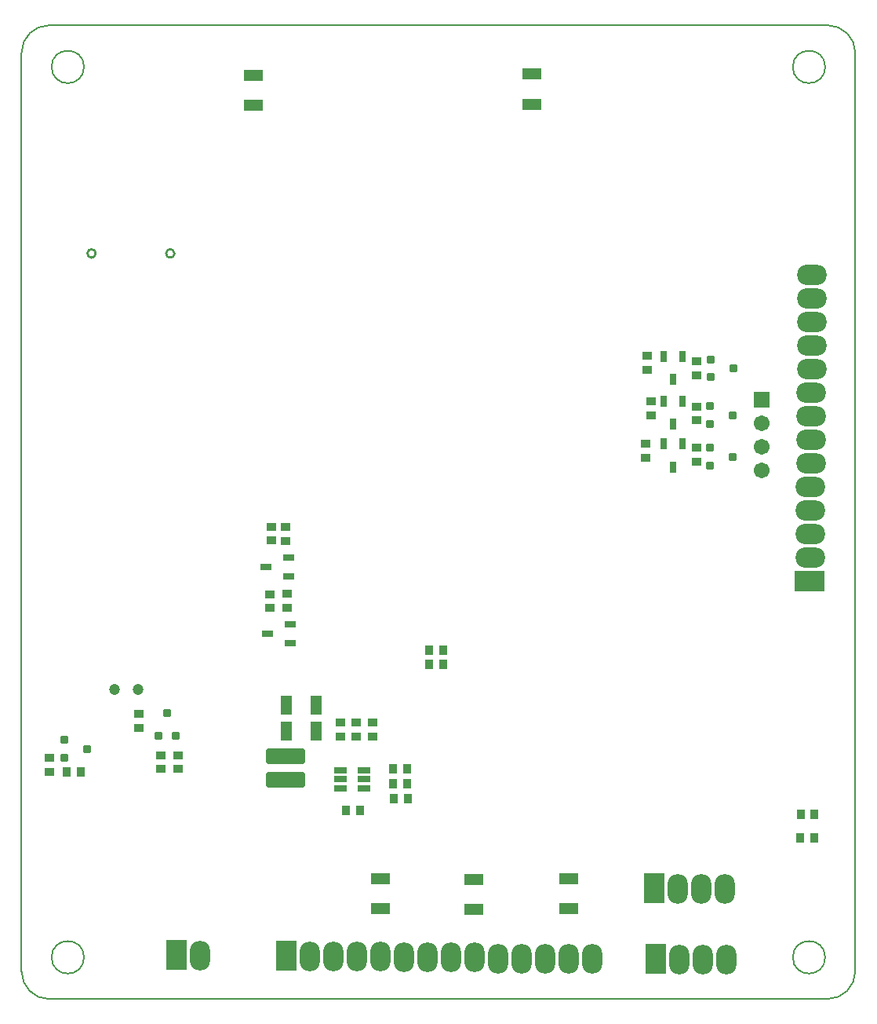
<source format=gbs>
%FSLAX25Y25*%
%MOIN*%
G70*
G01*
G75*
G04 Layer_Color=16711935*
%ADD10C,0.01000*%
%ADD11C,0.02000*%
%ADD12C,0.02000*%
%ADD13R,0.02756X0.03347*%
%ADD14R,0.03347X0.02756*%
%ADD15R,0.03937X0.02362*%
G04:AMPARAMS|DCode=16|XSize=39.37mil|YSize=41.34mil|CornerRadius=5.91mil|HoleSize=0mil|Usage=FLASHONLY|Rotation=180.000|XOffset=0mil|YOffset=0mil|HoleType=Round|Shape=RoundedRectangle|*
%AMROUNDEDRECTD16*
21,1,0.03937,0.02953,0,0,180.0*
21,1,0.02756,0.04134,0,0,180.0*
1,1,0.01181,-0.01378,0.01476*
1,1,0.01181,0.01378,0.01476*
1,1,0.01181,0.01378,-0.01476*
1,1,0.01181,-0.01378,-0.01476*
%
%ADD16ROUNDEDRECTD16*%
G04:AMPARAMS|DCode=17|XSize=41.34mil|YSize=86.61mil|CornerRadius=6.2mil|HoleSize=0mil|Usage=FLASHONLY|Rotation=180.000|XOffset=0mil|YOffset=0mil|HoleType=Round|Shape=RoundedRectangle|*
%AMROUNDEDRECTD17*
21,1,0.04134,0.07421,0,0,180.0*
21,1,0.02894,0.08661,0,0,180.0*
1,1,0.01240,-0.01447,0.03711*
1,1,0.01240,0.01447,0.03711*
1,1,0.01240,0.01447,-0.03711*
1,1,0.01240,-0.01447,-0.03711*
%
%ADD17ROUNDEDRECTD17*%
%ADD18R,0.07874X0.07874*%
%ADD19R,0.07087X0.03937*%
%ADD20R,0.02000X0.05000*%
%ADD21R,0.02362X0.03937*%
%ADD22R,0.05906X0.05906*%
%ADD23R,0.07874X0.07874*%
%ADD24R,0.02559X0.05315*%
%ADD25R,0.03937X0.05118*%
%ADD26R,0.05118X0.03937*%
G04:AMPARAMS|DCode=27|XSize=157.48mil|YSize=59.06mil|CornerRadius=8.86mil|HoleSize=0mil|Usage=FLASHONLY|Rotation=180.000|XOffset=0mil|YOffset=0mil|HoleType=Round|Shape=RoundedRectangle|*
%AMROUNDEDRECTD27*
21,1,0.15748,0.04134,0,0,180.0*
21,1,0.13976,0.05906,0,0,180.0*
1,1,0.01772,-0.06988,0.02067*
1,1,0.01772,0.06988,0.02067*
1,1,0.01772,0.06988,-0.02067*
1,1,0.01772,-0.06988,-0.02067*
%
%ADD27ROUNDEDRECTD27*%
%ADD28R,0.06299X0.03543*%
%ADD29R,0.03543X0.06299*%
%ADD30R,0.01969X0.09843*%
%ADD31R,0.03937X0.03150*%
%ADD32R,0.03150X0.03937*%
%ADD33R,0.09843X0.11811*%
%ADD34O,0.07087X0.02362*%
%ADD35O,0.02362X0.07087*%
%ADD36R,0.01575X0.03347*%
%ADD37R,0.01378X0.01181*%
%ADD38R,0.01378X0.00984*%
%ADD39R,0.01181X0.01181*%
%ADD40O,0.02500X0.05500*%
%ADD41R,0.02500X0.05500*%
%ADD42R,0.05000X0.05000*%
%ADD43R,0.07874X0.05000*%
G04:AMPARAMS|DCode=44|XSize=45mil|YSize=65mil|CornerRadius=5.63mil|HoleSize=0mil|Usage=FLASHONLY|Rotation=270.000|XOffset=0mil|YOffset=0mil|HoleType=Round|Shape=RoundedRectangle|*
%AMROUNDEDRECTD44*
21,1,0.04500,0.05375,0,0,270.0*
21,1,0.03375,0.06500,0,0,270.0*
1,1,0.01125,-0.02688,-0.01688*
1,1,0.01125,-0.02688,0.01688*
1,1,0.01125,0.02688,0.01688*
1,1,0.01125,0.02688,-0.01688*
%
%ADD44ROUNDEDRECTD44*%
%ADD45R,0.07874X0.06693*%
%ADD46O,0.06299X0.01181*%
%ADD47O,0.01181X0.06299*%
%ADD48R,0.06299X0.01181*%
%ADD49R,0.02559X0.04843*%
%ADD50R,0.02756X0.08268*%
%ADD51C,0.00800*%
%ADD52C,0.04000*%
%ADD53C,0.01200*%
%ADD54R,0.09200X0.08300*%
%ADD55R,0.49000X0.11200*%
%ADD56R,0.07000X0.08100*%
%ADD57R,0.06200X0.16300*%
%ADD58R,0.25800X0.06600*%
%ADD59R,0.08400X0.20000*%
%ADD60C,0.00500*%
%ADD61C,0.05906*%
%ADD62R,0.05906X0.05906*%
%ADD63R,0.07874X0.11811*%
%ADD64O,0.07874X0.11811*%
%ADD65C,0.03937*%
%ADD66O,0.11811X0.07874*%
%ADD67R,0.11811X0.07874*%
%ADD68C,0.03000*%
%ADD69C,0.04000*%
G04:AMPARAMS|DCode=70|XSize=23.62mil|YSize=25.59mil|CornerRadius=3.54mil|HoleSize=0mil|Usage=FLASHONLY|Rotation=90.000|XOffset=0mil|YOffset=0mil|HoleType=Round|Shape=RoundedRectangle|*
%AMROUNDEDRECTD70*
21,1,0.02362,0.01850,0,0,90.0*
21,1,0.01654,0.02559,0,0,90.0*
1,1,0.00709,0.00925,0.00827*
1,1,0.00709,0.00925,-0.00827*
1,1,0.00709,-0.00925,-0.00827*
1,1,0.00709,-0.00925,0.00827*
%
%ADD70ROUNDEDRECTD70*%
G04:AMPARAMS|DCode=71|XSize=23.62mil|YSize=25.59mil|CornerRadius=3.54mil|HoleSize=0mil|Usage=FLASHONLY|Rotation=180.000|XOffset=0mil|YOffset=0mil|HoleType=Round|Shape=RoundedRectangle|*
%AMROUNDEDRECTD71*
21,1,0.02362,0.01850,0,0,180.0*
21,1,0.01654,0.02559,0,0,180.0*
1,1,0.00709,-0.00827,0.00925*
1,1,0.00709,0.00827,0.00925*
1,1,0.00709,0.00827,-0.00925*
1,1,0.00709,-0.00827,-0.00925*
%
%ADD71ROUNDEDRECTD71*%
%ADD72R,0.05000X0.02000*%
%ADD73R,0.03937X0.07087*%
%ADD74C,0.03000*%
%ADD75C,0.05000*%
%ADD76R,0.27900X0.11200*%
%ADD77R,0.23200X0.07700*%
%ADD78R,0.07100X0.27500*%
%ADD79C,0.02362*%
%ADD80C,0.00984*%
%ADD81C,0.00787*%
%ADD82C,0.00300*%
%ADD83C,0.01969*%
%ADD84C,0.00394*%
%ADD85C,0.00400*%
%ADD86C,0.00493*%
%ADD87C,0.00700*%
%ADD88R,0.02228X0.02472*%
%ADD89R,0.04800X0.00800*%
%ADD90R,0.03600X0.00700*%
%ADD91R,0.02400X0.00600*%
%ADD92R,0.01500X0.00500*%
%ADD93R,0.03556X0.04147*%
%ADD94R,0.04147X0.03556*%
%ADD95R,0.04737X0.03162*%
G04:AMPARAMS|DCode=96|XSize=47.37mil|YSize=49.34mil|CornerRadius=7.11mil|HoleSize=0mil|Usage=FLASHONLY|Rotation=180.000|XOffset=0mil|YOffset=0mil|HoleType=Round|Shape=RoundedRectangle|*
%AMROUNDEDRECTD96*
21,1,0.04737,0.03513,0,0,180.0*
21,1,0.03316,0.04934,0,0,180.0*
1,1,0.01421,-0.01658,0.01756*
1,1,0.01421,0.01658,0.01756*
1,1,0.01421,0.01658,-0.01756*
1,1,0.01421,-0.01658,-0.01756*
%
%ADD96ROUNDEDRECTD96*%
G04:AMPARAMS|DCode=97|XSize=49.34mil|YSize=94.61mil|CornerRadius=7.4mil|HoleSize=0mil|Usage=FLASHONLY|Rotation=180.000|XOffset=0mil|YOffset=0mil|HoleType=Round|Shape=RoundedRectangle|*
%AMROUNDEDRECTD97*
21,1,0.04934,0.07981,0,0,180.0*
21,1,0.03454,0.09461,0,0,180.0*
1,1,0.01480,-0.01727,0.03991*
1,1,0.01480,0.01727,0.03991*
1,1,0.01480,0.01727,-0.03991*
1,1,0.01480,-0.01727,-0.03991*
%
%ADD97ROUNDEDRECTD97*%
%ADD98R,0.08674X0.08674*%
%ADD99R,0.07887X0.04737*%
%ADD100R,0.02800X0.05800*%
%ADD101R,0.03162X0.04737*%
%ADD102R,0.06706X0.06706*%
%ADD103R,0.08674X0.08674*%
%ADD104R,0.03359X0.06115*%
%ADD105R,0.04737X0.05918*%
%ADD106R,0.05918X0.04737*%
G04:AMPARAMS|DCode=107|XSize=165.48mil|YSize=67.06mil|CornerRadius=10.06mil|HoleSize=0mil|Usage=FLASHONLY|Rotation=180.000|XOffset=0mil|YOffset=0mil|HoleType=Round|Shape=RoundedRectangle|*
%AMROUNDEDRECTD107*
21,1,0.16548,0.04694,0,0,180.0*
21,1,0.14536,0.06706,0,0,180.0*
1,1,0.02012,-0.07268,0.02347*
1,1,0.02012,0.07268,0.02347*
1,1,0.02012,0.07268,-0.02347*
1,1,0.02012,-0.07268,-0.02347*
%
%ADD107ROUNDEDRECTD107*%
%ADD108R,0.07099X0.04343*%
%ADD109R,0.04343X0.07099*%
%ADD110R,0.02769X0.10642*%
%ADD111R,0.04737X0.03950*%
%ADD112R,0.03950X0.04737*%
%ADD113R,0.10642X0.12611*%
%ADD114O,0.07887X0.03162*%
%ADD115O,0.03162X0.07887*%
%ADD116R,0.02375X0.04147*%
%ADD117R,0.02178X0.01981*%
%ADD118R,0.02178X0.01784*%
%ADD119R,0.01981X0.01981*%
%ADD120O,0.03300X0.06300*%
%ADD121R,0.03300X0.06300*%
%ADD122R,0.05800X0.05800*%
%ADD123R,0.08674X0.05800*%
G04:AMPARAMS|DCode=124|XSize=53mil|YSize=73mil|CornerRadius=6.63mil|HoleSize=0mil|Usage=FLASHONLY|Rotation=270.000|XOffset=0mil|YOffset=0mil|HoleType=Round|Shape=RoundedRectangle|*
%AMROUNDEDRECTD124*
21,1,0.05300,0.05975,0,0,270.0*
21,1,0.03975,0.07300,0,0,270.0*
1,1,0.01325,-0.02988,-0.01988*
1,1,0.01325,-0.02988,0.01988*
1,1,0.01325,0.02988,0.01988*
1,1,0.01325,0.02988,-0.01988*
%
%ADD124ROUNDEDRECTD124*%
%ADD125R,0.08674X0.07493*%
%ADD126O,0.07099X0.01981*%
%ADD127O,0.01981X0.07099*%
%ADD128R,0.07099X0.01981*%
%ADD129R,0.03359X0.05643*%
%ADD130R,0.03556X0.09068*%
%ADD131C,0.06706*%
%ADD132R,0.06706X0.06706*%
%ADD133R,0.08674X0.12611*%
%ADD134O,0.08674X0.12611*%
%ADD135C,0.04737*%
%ADD136O,0.12611X0.08674*%
%ADD137R,0.12611X0.08674*%
G04:AMPARAMS|DCode=138|XSize=31.62mil|YSize=33.59mil|CornerRadius=4.74mil|HoleSize=0mil|Usage=FLASHONLY|Rotation=90.000|XOffset=0mil|YOffset=0mil|HoleType=Round|Shape=RoundedRectangle|*
%AMROUNDEDRECTD138*
21,1,0.03162,0.02410,0,0,90.0*
21,1,0.02214,0.03359,0,0,90.0*
1,1,0.00949,0.01205,0.01107*
1,1,0.00949,0.01205,-0.01107*
1,1,0.00949,-0.01205,-0.01107*
1,1,0.00949,-0.01205,0.01107*
%
%ADD138ROUNDEDRECTD138*%
G04:AMPARAMS|DCode=139|XSize=31.62mil|YSize=33.59mil|CornerRadius=4.74mil|HoleSize=0mil|Usage=FLASHONLY|Rotation=180.000|XOffset=0mil|YOffset=0mil|HoleType=Round|Shape=RoundedRectangle|*
%AMROUNDEDRECTD139*
21,1,0.03162,0.02410,0,0,180.0*
21,1,0.02214,0.03359,0,0,180.0*
1,1,0.00949,-0.01107,0.01205*
1,1,0.00949,0.01107,0.01205*
1,1,0.00949,0.01107,-0.01205*
1,1,0.00949,-0.01107,-0.01205*
%
%ADD139ROUNDEDRECTD139*%
%ADD140R,0.05800X0.02800*%
%ADD141R,0.04737X0.07887*%
D10*
X19716Y316481D02*
G03*
X19716Y316481I-1772J0D01*
G01*
X53181D02*
G03*
X53181Y316481I-1772J0D01*
G01*
D60*
X330709Y0D02*
G03*
X342520Y11811I0J11811D01*
G01*
X-11811D02*
G03*
X0Y0I11811J0D01*
G01*
X342520Y401575D02*
G03*
X330709Y413386I-11811J0D01*
G01*
X0D02*
G03*
X-11811Y401575I0J-11811D01*
G01*
X14764Y395670D02*
G03*
X14764Y395670I-6890J0D01*
G01*
X329725D02*
G03*
X329725Y395670I-6890J0D01*
G01*
Y17717D02*
G03*
X329725Y17717I-6890J0D01*
G01*
X14764D02*
G03*
X14764Y17717I-6890J0D01*
G01*
X-11811Y347999D02*
Y366326D01*
Y11811D02*
Y39370D01*
X0Y413386D02*
X330709D01*
X342520Y11811D02*
Y401575D01*
X0Y0D02*
X330709D01*
X-11811Y11811D02*
Y401575D01*
D93*
X167306Y148100D02*
D03*
X161400D02*
D03*
X161395Y142200D02*
D03*
X167300D02*
D03*
X325100Y68400D02*
D03*
X319195D02*
D03*
X325200Y78500D02*
D03*
X319295D02*
D03*
X7500Y96500D02*
D03*
X13406D02*
D03*
X126200Y80200D02*
D03*
X132106D02*
D03*
X152100Y91300D02*
D03*
X146195D02*
D03*
X152300Y85200D02*
D03*
X146395D02*
D03*
X152000Y97600D02*
D03*
X146095D02*
D03*
D94*
X0Y96500D02*
D03*
Y102406D02*
D03*
X253900Y267000D02*
D03*
Y272905D02*
D03*
X275200Y264700D02*
D03*
Y270605D02*
D03*
X255600Y247800D02*
D03*
Y253706D02*
D03*
X275100Y245600D02*
D03*
Y251505D02*
D03*
X275153Y228000D02*
D03*
Y233906D02*
D03*
X253453Y229900D02*
D03*
Y235806D02*
D03*
X100298Y194519D02*
D03*
Y200424D02*
D03*
X101098Y166119D02*
D03*
Y172024D02*
D03*
X94398Y194619D02*
D03*
Y200524D02*
D03*
X93698Y165919D02*
D03*
Y171824D02*
D03*
X47298Y103519D02*
D03*
Y97613D02*
D03*
X37998Y121119D02*
D03*
Y115213D02*
D03*
X54798Y103519D02*
D03*
Y97613D02*
D03*
X123600Y117405D02*
D03*
Y111500D02*
D03*
X137400Y117306D02*
D03*
Y111400D02*
D03*
X130500Y117405D02*
D03*
Y111500D02*
D03*
D95*
X101898Y187419D02*
D03*
X92055Y183482D02*
D03*
X101898Y179545D02*
D03*
X102453Y158969D02*
D03*
X92610Y155032D02*
D03*
X102453Y151095D02*
D03*
D99*
X86700Y379300D02*
D03*
Y392095D02*
D03*
X205000Y379800D02*
D03*
Y392595D02*
D03*
X180500Y38100D02*
D03*
Y50895D02*
D03*
X220593Y38400D02*
D03*
Y51195D02*
D03*
X140600Y38400D02*
D03*
Y51195D02*
D03*
D101*
X261154Y253800D02*
D03*
X265090Y243957D02*
D03*
X269028Y253800D02*
D03*
X261154Y272900D02*
D03*
X265090Y263057D02*
D03*
X269028Y272900D02*
D03*
X261154Y235700D02*
D03*
X265090Y225857D02*
D03*
X269028Y235700D02*
D03*
D107*
X100500Y92982D02*
D03*
Y103218D02*
D03*
D131*
X302800Y224400D02*
D03*
Y234400D02*
D03*
Y244400D02*
D03*
D132*
Y254400D02*
D03*
D133*
X54200Y18900D02*
D03*
X100800Y18400D02*
D03*
X257600Y17200D02*
D03*
X257200Y47200D02*
D03*
D134*
X64200Y18506D02*
D03*
X140800Y18006D02*
D03*
X130800D02*
D03*
X120800D02*
D03*
X110800D02*
D03*
X150800Y17613D02*
D03*
X160800D02*
D03*
X170800D02*
D03*
X180800D02*
D03*
X190800Y17219D02*
D03*
X200800D02*
D03*
X210800D02*
D03*
X220800D02*
D03*
X230800D02*
D03*
X287600Y16806D02*
D03*
X277600D02*
D03*
X267600D02*
D03*
X287200Y46806D02*
D03*
X277200D02*
D03*
X267200D02*
D03*
D135*
X37898Y131519D02*
D03*
X27898D02*
D03*
D136*
X323394Y217400D02*
D03*
Y207400D02*
D03*
Y197400D02*
D03*
Y187400D02*
D03*
X323787Y227400D02*
D03*
Y237400D02*
D03*
Y247400D02*
D03*
Y257400D02*
D03*
X324181Y267400D02*
D03*
Y277400D02*
D03*
Y287400D02*
D03*
Y297400D02*
D03*
Y307400D02*
D03*
D137*
X323000Y177400D02*
D03*
D138*
X281077Y263960D02*
D03*
Y271440D02*
D03*
X290723Y267700D02*
D03*
X280777Y244160D02*
D03*
Y251640D02*
D03*
X290423Y247900D02*
D03*
X6377Y102460D02*
D03*
Y109940D02*
D03*
X16023Y106200D02*
D03*
X280631Y226460D02*
D03*
Y233940D02*
D03*
X290276Y230200D02*
D03*
D139*
X53838Y111796D02*
D03*
X46358D02*
D03*
X50098Y121442D02*
D03*
D140*
X133600Y93240D02*
D03*
X123600Y89500D02*
D03*
Y96980D02*
D03*
Y93240D02*
D03*
X133600Y89500D02*
D03*
Y96980D02*
D03*
D141*
X100600Y124800D02*
D03*
X113395D02*
D03*
X100600Y113700D02*
D03*
X113395D02*
D03*
M02*

</source>
